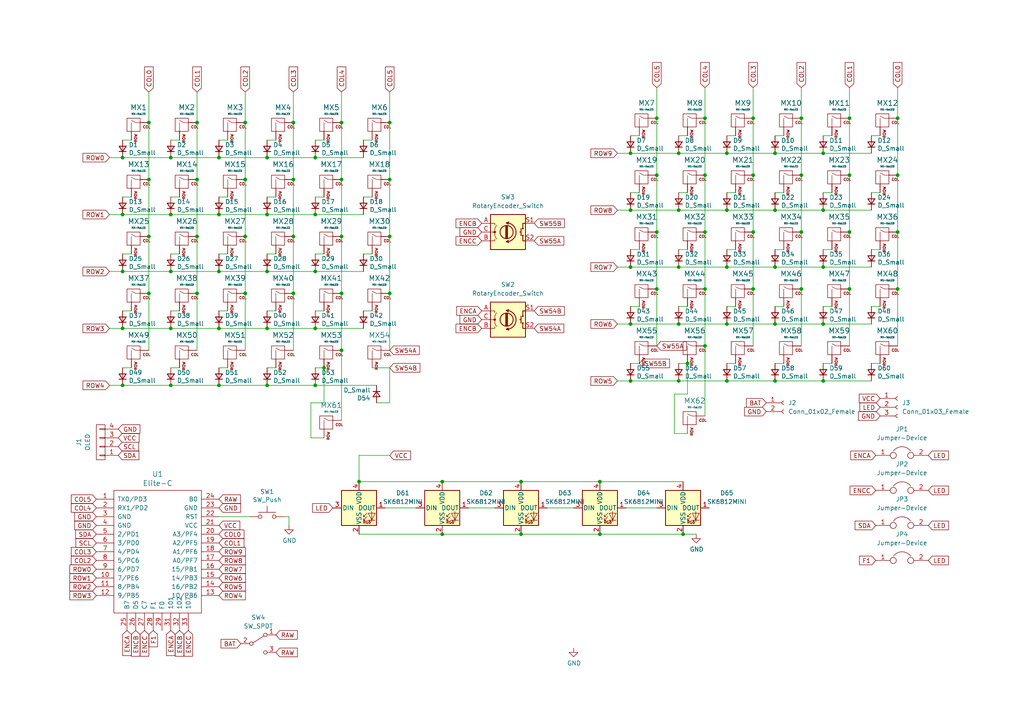
<source format=kicad_sch>
(kicad_sch (version 20211123) (generator eeschema)
  (paper "A4")
  (junction (at 260.35 50.8))
  (junction (at 77.47 62.23))
  (junction (at 85.09 52.07))
  (junction (at 49.53 111.76))
  (junction (at 224.79 60.96))
  (junction (at 246.38 67.31))
  (junction (at 113.03 85.09))
  (junction (at 128.27 154.94))
  (junction (at 246.38 50.8))
  (junction (at 210.82 93.98))
  (junction (at 77.47 95.25))
  (junction (at 196.85 60.96))
  (junction (at 71.12 85.09))
  (junction (at 49.53 95.25))
  (junction (at 35.56 111.76))
  (junction (at 77.47 45.72))
  (junction (at 232.41 67.31))
  (junction (at 43.18 35.56))
  (junction (at 260.35 67.31))
  (junction (at 238.76 44.45))
  (junction (at 85.09 68.58))
  (junction (at 63.5 62.23))
  (junction (at 196.85 44.45))
  (junction (at 113.03 68.58))
  (junction (at 204.47 34.29))
  (junction (at 199.39 105.41))
  (junction (at 63.5 111.76))
  (junction (at 173.99 154.94))
  (junction (at 204.47 50.8))
  (junction (at 196.85 77.47))
  (junction (at 35.56 62.23))
  (junction (at 128.27 139.7))
  (junction (at 182.88 60.96))
  (junction (at 151.13 139.7))
  (junction (at 35.56 78.74))
  (junction (at 182.88 77.47))
  (junction (at 238.76 93.98))
  (junction (at 190.5 67.31))
  (junction (at 190.5 34.29))
  (junction (at 63.5 95.25))
  (junction (at 63.5 45.72))
  (junction (at 77.47 78.74))
  (junction (at 85.09 85.09))
  (junction (at 35.56 45.72))
  (junction (at 210.82 110.49))
  (junction (at 182.88 93.98))
  (junction (at 113.03 35.56))
  (junction (at 93.98 106.68))
  (junction (at 91.44 111.76))
  (junction (at 91.44 95.25))
  (junction (at 218.44 67.31))
  (junction (at 238.76 110.49))
  (junction (at 49.53 62.23))
  (junction (at 224.79 110.49))
  (junction (at 210.82 77.47))
  (junction (at 71.12 52.07))
  (junction (at 260.35 34.29))
  (junction (at 91.44 45.72))
  (junction (at 260.35 83.82))
  (junction (at 210.82 60.96))
  (junction (at 57.15 85.09))
  (junction (at 71.12 35.56))
  (junction (at 99.06 52.07))
  (junction (at 57.15 35.56))
  (junction (at 43.18 52.07))
  (junction (at 151.13 154.94))
  (junction (at 91.44 78.74))
  (junction (at 238.76 60.96))
  (junction (at 77.47 111.76))
  (junction (at 99.06 35.56))
  (junction (at 57.15 52.07))
  (junction (at 218.44 83.82))
  (junction (at 49.53 45.72))
  (junction (at 204.47 83.82))
  (junction (at 196.85 110.49))
  (junction (at 218.44 34.29))
  (junction (at 85.09 35.56))
  (junction (at 182.88 44.45))
  (junction (at 113.03 52.07))
  (junction (at 57.15 68.58))
  (junction (at 232.41 34.29))
  (junction (at 190.5 83.82))
  (junction (at 238.76 77.47))
  (junction (at 196.85 93.98))
  (junction (at 198.12 154.94))
  (junction (at 71.12 68.58))
  (junction (at 43.18 85.09))
  (junction (at 99.06 101.6))
  (junction (at 99.06 68.58))
  (junction (at 182.88 110.49))
  (junction (at 91.44 62.23))
  (junction (at 218.44 50.8))
  (junction (at 43.18 68.58))
  (junction (at 173.99 139.7))
  (junction (at 224.79 93.98))
  (junction (at 232.41 83.82))
  (junction (at 232.41 50.8))
  (junction (at 204.47 67.31))
  (junction (at 204.47 100.33))
  (junction (at 246.38 83.82))
  (junction (at 224.79 44.45))
  (junction (at 104.14 139.7))
  (junction (at 246.38 34.29))
  (junction (at 99.06 85.09))
  (junction (at 49.53 78.74))
  (junction (at 224.79 77.47))
  (junction (at 210.82 44.45))
  (junction (at 63.5 78.74))
  (junction (at 35.56 95.25))
  (junction (at 190.5 50.8))
  (wire (pts (xy 43.18 35.56) (xy 43.18 52.07)))
  (wire (pts (xy 35.56 62.23) (xy 49.53 62.23)))
  (wire (pts (xy 90.17 127) (xy 90.17 116.84)))
  (wire (pts (xy 232.41 25.4) (xy 232.41 34.29)))
  (wire (pts (xy 35.56 78.74) (xy 49.53 78.74)))
  (wire (pts (xy 204.47 50.8) (xy 204.47 67.31)))
  (wire (pts (xy 196.85 88.9) (xy 199.39 88.9)))
  (wire (pts (xy 49.53 45.72) (xy 63.5 45.72)))
  (wire (pts (xy 190.5 67.31) (xy 190.5 83.82)))
  (wire (pts (xy 90.17 116.84) (xy 93.98 116.84)))
  (wire (pts (xy 43.18 85.09) (xy 43.18 101.6)))
  (wire (pts (xy 91.44 62.23) (xy 105.41 62.23)))
  (wire (pts (xy 71.12 85.09) (xy 71.12 101.6)))
  (wire (pts (xy 77.47 90.17) (xy 80.01 90.17)))
  (wire (pts (xy 113.03 132.08) (xy 104.14 132.08)))
  (wire (pts (xy 252.73 88.9) (xy 255.27 88.9)))
  (wire (pts (xy 179.07 93.98) (xy 182.88 93.98)))
  (wire (pts (xy 204.47 67.31) (xy 204.47 83.82)))
  (wire (pts (xy 49.53 78.74) (xy 63.5 78.74)))
  (wire (pts (xy 63.5 62.23) (xy 77.47 62.23)))
  (wire (pts (xy 113.03 52.07) (xy 113.03 68.58)))
  (wire (pts (xy 151.13 154.94) (xy 173.99 154.94)))
  (wire (pts (xy 260.35 67.31) (xy 260.35 83.82)))
  (wire (pts (xy 63.5 57.15) (xy 66.04 57.15)))
  (wire (pts (xy 35.56 95.25) (xy 49.53 95.25)))
  (wire (pts (xy 85.09 35.56) (xy 85.09 52.07)))
  (wire (pts (xy 210.82 77.47) (xy 224.79 77.47)))
  (wire (pts (xy 238.76 39.37) (xy 241.3 39.37)))
  (wire (pts (xy 35.56 45.72) (xy 49.53 45.72)))
  (wire (pts (xy 85.09 26.67) (xy 85.09 35.56)))
  (wire (pts (xy 196.85 93.98) (xy 210.82 93.98)))
  (wire (pts (xy 99.06 101.6) (xy 99.06 121.92)))
  (wire (pts (xy 196.85 55.88) (xy 199.39 55.88)))
  (wire (pts (xy 246.38 25.4) (xy 246.38 34.29)))
  (wire (pts (xy 91.44 40.64) (xy 93.98 40.64)))
  (wire (pts (xy 85.09 68.58) (xy 85.09 85.09)))
  (wire (pts (xy 113.03 68.58) (xy 113.03 85.09)))
  (wire (pts (xy 260.35 83.82) (xy 260.35 100.33)))
  (wire (pts (xy 77.47 106.68) (xy 80.01 106.68)))
  (wire (pts (xy 232.41 34.29) (xy 232.41 50.8)))
  (wire (pts (xy 232.41 50.8) (xy 232.41 67.31)))
  (wire (pts (xy 218.44 25.4) (xy 218.44 34.29)))
  (wire (pts (xy 182.88 39.37) (xy 185.42 39.37)))
  (wire (pts (xy 238.76 93.98) (xy 252.73 93.98)))
  (wire (pts (xy 35.56 40.64) (xy 38.1 40.64)))
  (wire (pts (xy 182.88 105.41) (xy 185.42 105.41)))
  (wire (pts (xy 77.47 95.25) (xy 91.44 95.25)))
  (wire (pts (xy 190.5 34.29) (xy 190.5 50.8)))
  (wire (pts (xy 31.75 62.23) (xy 35.56 62.23)))
  (wire (pts (xy 77.47 73.66) (xy 80.01 73.66)))
  (wire (pts (xy 232.41 83.82) (xy 232.41 100.33)))
  (wire (pts (xy 246.38 34.29) (xy 246.38 50.8)))
  (wire (pts (xy 182.88 93.98) (xy 196.85 93.98)))
  (wire (pts (xy 182.88 60.96) (xy 196.85 60.96)))
  (wire (pts (xy 238.76 77.47) (xy 252.73 77.47)))
  (wire (pts (xy 91.44 111.76) (xy 109.22 111.76)))
  (wire (pts (xy 57.15 52.07) (xy 57.15 68.58)))
  (wire (pts (xy 113.03 106.68) (xy 107.95 106.68)))
  (wire (pts (xy 224.79 88.9) (xy 227.33 88.9)))
  (wire (pts (xy 224.79 44.45) (xy 238.76 44.45)))
  (wire (pts (xy 31.75 95.25) (xy 35.56 95.25)))
  (wire (pts (xy 49.53 111.76) (xy 63.5 111.76)))
  (wire (pts (xy 111.76 147.32) (xy 120.65 147.32)))
  (wire (pts (xy 190.5 25.4) (xy 190.5 34.29)))
  (wire (pts (xy 57.15 35.56) (xy 57.15 52.07)))
  (wire (pts (xy 151.13 139.7) (xy 173.99 139.7)))
  (wire (pts (xy 77.47 57.15) (xy 80.01 57.15)))
  (wire (pts (xy 238.76 55.88) (xy 241.3 55.88)))
  (wire (pts (xy 199.39 105.41) (xy 199.39 114.3)))
  (wire (pts (xy 91.44 45.72) (xy 105.41 45.72)))
  (wire (pts (xy 113.03 26.67) (xy 113.03 35.56)))
  (wire (pts (xy 198.12 154.94) (xy 201.93 154.94)))
  (wire (pts (xy 57.15 85.09) (xy 57.15 101.6)))
  (wire (pts (xy 77.47 111.76) (xy 91.44 111.76)))
  (wire (pts (xy 182.88 72.39) (xy 185.42 72.39)))
  (wire (pts (xy 35.56 57.15) (xy 38.1 57.15)))
  (wire (pts (xy 182.88 44.45) (xy 196.85 44.45)))
  (wire (pts (xy 91.44 73.66) (xy 93.98 73.66)))
  (wire (pts (xy 49.53 40.64) (xy 52.07 40.64)))
  (wire (pts (xy 179.07 44.45) (xy 182.88 44.45)))
  (wire (pts (xy 105.41 73.66) (xy 107.95 73.66)))
  (wire (pts (xy 43.18 68.58) (xy 43.18 85.09)))
  (wire (pts (xy 232.41 67.31) (xy 232.41 83.82)))
  (wire (pts (xy 49.53 106.68) (xy 52.07 106.68)))
  (wire (pts (xy 204.47 83.82) (xy 204.47 100.33)))
  (wire (pts (xy 210.82 39.37) (xy 213.36 39.37)))
  (wire (pts (xy 93.98 116.84) (xy 93.98 106.68)))
  (wire (pts (xy 63.5 78.74) (xy 77.47 78.74)))
  (wire (pts (xy 35.56 106.68) (xy 38.1 106.68)))
  (wire (pts (xy 204.47 34.29) (xy 204.47 50.8)))
  (wire (pts (xy 196.85 39.37) (xy 199.39 39.37)))
  (wire (pts (xy 210.82 60.96) (xy 224.79 60.96)))
  (wire (pts (xy 190.5 83.82) (xy 190.5 100.33)))
  (wire (pts (xy 128.27 139.7) (xy 151.13 139.7)))
  (wire (pts (xy 196.85 105.41) (xy 199.39 105.41)))
  (wire (pts (xy 252.73 55.88) (xy 255.27 55.88)))
  (wire (pts (xy 179.07 110.49) (xy 182.88 110.49)))
  (wire (pts (xy 210.82 88.9) (xy 213.36 88.9)))
  (wire (pts (xy 173.99 154.94) (xy 198.12 154.94)))
  (wire (pts (xy 104.14 154.94) (xy 128.27 154.94)))
  (wire (pts (xy 238.76 105.41) (xy 241.3 105.41)))
  (wire (pts (xy 63.5 95.25) (xy 77.47 95.25)))
  (wire (pts (xy 93.98 127) (xy 90.17 127)))
  (wire (pts (xy 63.5 149.86) (xy 72.39 149.86)))
  (wire (pts (xy 179.07 60.96) (xy 182.88 60.96)))
  (wire (pts (xy 195.58 125.73) (xy 199.39 125.73)))
  (wire (pts (xy 128.27 154.94) (xy 151.13 154.94)))
  (wire (pts (xy 238.76 44.45) (xy 252.73 44.45)))
  (wire (pts (xy 71.12 52.07) (xy 71.12 68.58)))
  (wire (pts (xy 218.44 83.82) (xy 218.44 100.33)))
  (wire (pts (xy 49.53 62.23) (xy 63.5 62.23)))
  (wire (pts (xy 252.73 39.37) (xy 255.27 39.37)))
  (wire (pts (xy 105.41 57.15) (xy 107.95 57.15)))
  (wire (pts (xy 77.47 40.64) (xy 80.01 40.64)))
  (wire (pts (xy 99.06 68.58) (xy 99.06 85.09)))
  (wire (pts (xy 49.53 73.66) (xy 52.07 73.66)))
  (wire (pts (xy 49.53 95.25) (xy 63.5 95.25)))
  (wire (pts (xy 63.5 90.17) (xy 66.04 90.17)))
  (wire (pts (xy 43.18 52.07) (xy 43.18 68.58)))
  (wire (pts (xy 210.82 72.39) (xy 213.36 72.39)))
  (wire (pts (xy 210.82 110.49) (xy 224.79 110.49)))
  (wire (pts (xy 260.35 25.4) (xy 260.35 34.29)))
  (wire (pts (xy 182.88 77.47) (xy 196.85 77.47)))
  (wire (pts (xy 210.82 44.45) (xy 224.79 44.45)))
  (wire (pts (xy 82.55 149.86) (xy 83.82 149.86)))
  (wire (pts (xy 91.44 57.15) (xy 93.98 57.15)))
  (wire (pts (xy 57.15 26.67) (xy 57.15 35.56)))
  (wire (pts (xy 246.38 83.82) (xy 246.38 100.33)))
  (wire (pts (xy 238.76 60.96) (xy 252.73 60.96)))
  (wire (pts (xy 63.5 73.66) (xy 66.04 73.66)))
  (wire (pts (xy 179.07 77.47) (xy 182.88 77.47)))
  (wire (pts (xy 218.44 50.8) (xy 218.44 67.31)))
  (wire (pts (xy 210.82 105.41) (xy 213.36 105.41)))
  (wire (pts (xy 190.5 50.8) (xy 190.5 67.31)))
  (wire (pts (xy 224.79 55.88) (xy 227.33 55.88)))
  (wire (pts (xy 224.79 110.49) (xy 238.76 110.49)))
  (wire (pts (xy 35.56 90.17) (xy 38.1 90.17)))
  (wire (pts (xy 71.12 35.56) (xy 71.12 52.07)))
  (wire (pts (xy 105.41 90.17) (xy 107.95 90.17)))
  (wire (pts (xy 31.75 45.72) (xy 35.56 45.72)))
  (wire (pts (xy 83.82 149.86) (xy 83.82 152.4)))
  (wire (pts (xy 99.06 35.56) (xy 99.06 52.07)))
  (wire (pts (xy 104.14 139.7) (xy 128.27 139.7)))
  (wire (pts (xy 99.06 26.67) (xy 99.06 35.56)))
  (wire (pts (xy 77.47 78.74) (xy 91.44 78.74)))
  (wire (pts (xy 85.09 52.07) (xy 85.09 68.58)))
  (wire (pts (xy 260.35 50.8) (xy 260.35 67.31)))
  (wire (pts (xy 204.47 25.4) (xy 204.47 34.29)))
  (wire (pts (xy 49.53 57.15) (xy 52.07 57.15)))
  (wire (pts (xy 104.14 132.08) (xy 104.14 139.7)))
  (wire (pts (xy 182.88 110.49) (xy 196.85 110.49)))
  (wire (pts (xy 195.58 125.73) (xy 195.58 114.3)))
  (wire (pts (xy 224.79 105.41) (xy 227.33 105.41)))
  (wire (pts (xy 252.73 105.41) (xy 255.27 105.41)))
  (wire (pts (xy 113.03 116.84) (xy 109.22 116.84)))
  (wire (pts (xy 246.38 50.8) (xy 246.38 67.31)))
  (wire (pts (xy 224.79 77.47) (xy 238.76 77.47)))
  (wire (pts (xy 99.06 85.09) (xy 99.06 101.6)))
  (wire (pts (xy 49.53 90.17) (xy 52.07 90.17)))
  (wire (pts (xy 246.38 67.31) (xy 246.38 83.82)))
  (wire (pts (xy 135.89 147.32) (xy 143.51 147.32)))
  (wire (pts (xy 196.85 77.47) (xy 210.82 77.47)))
  (wire (pts (xy 31.75 111.76) (xy 35.56 111.76)))
  (wire (pts (xy 224.79 72.39) (xy 227.33 72.39)))
  (wire (pts (xy 63.5 45.72) (xy 77.47 45.72)))
  (wire (pts (xy 57.15 68.58) (xy 57.15 85.09)))
  (wire (pts (xy 181.61 147.32) (xy 190.5 147.32)))
  (wire (pts (xy 113.03 85.09) (xy 113.03 101.6)))
  (wire (pts (xy 218.44 34.29) (xy 218.44 50.8)))
  (wire (pts (xy 210.82 93.98) (xy 224.79 93.98)))
  (wire (pts (xy 173.99 139.7) (xy 198.12 139.7)))
  (wire (pts (xy 63.5 111.76) (xy 77.47 111.76)))
  (wire (pts (xy 196.85 44.45) (xy 210.82 44.45)))
  (wire (pts (xy 260.35 34.29) (xy 260.35 50.8)))
  (wire (pts (xy 91.44 95.25) (xy 105.41 95.25)))
  (wire (pts (xy 196.85 72.39) (xy 199.39 72.39)))
  (wire (pts (xy 63.5 106.68) (xy 66.04 106.68)))
  (wire (pts (xy 196.85 110.49) (xy 210.82 110.49)))
  (wire (pts (xy 31.75 78.74) (xy 35.56 78.74)))
  (wire (pts (xy 158.75 147.32) (xy 166.37 147.32)))
  (wire (pts (xy 238.76 88.9) (xy 241.3 88.9)))
  (wire (pts (xy 182.88 88.9) (xy 185.42 88.9)))
  (wire (pts (xy 182.88 55.88) (xy 185.42 55.88)))
  (wire (pts (xy 252.73 72.39) (xy 255.27 72.39)))
  (wire (pts (xy 77.47 62.23) (xy 91.44 62.23)))
  (wire (pts (xy 77.47 45.72) (xy 91.44 45.72)))
  (wire (pts (xy 195.58 114.3) (xy 199.39 114.3)))
  (wire (pts (xy 85.09 85.09) (xy 85.09 101.6)))
  (wire (pts (xy 204.47 100.33) (xy 204.47 120.65)))
  (wire (pts (xy 224.79 39.37) (xy 227.33 39.37)))
  (wire (pts (xy 35.56 111.76) (xy 49.53 111.76)))
  (wire (pts (xy 43.18 26.67) (xy 43.18 35.56)))
  (wire (pts (xy 224.79 60.96) (xy 238.76 60.96)))
  (wire (pts (xy 71.12 26.67) (xy 71.12 35.56)))
  (wire (pts (xy 224.79 93.98) (xy 238.76 93.98)))
  (wire (pts (xy 91.44 90.17) (xy 93.98 90.17)))
  (wire (pts (xy 35.56 73.66) (xy 38.1 73.66)))
  (wire (pts (xy 113.03 106.68) (xy 113.03 116.84)))
  (wire (pts (xy 71.12 68.58) (xy 71.12 85.09)))
  (wire (pts (xy 218.44 67.31) (xy 218.44 83.82)))
  (wire (pts (xy 91.44 78.74) (xy 105.41 78.74)))
  (wire (pts (xy 238.76 72.39) (xy 241.3 72.39)))
  (wire (pts (xy 63.5 40.64) (xy 66.04 40.64)))
  (wire (pts (xy 91.44 106.68) (xy 93.98 106.68)))
  (wire (pts (xy 99.06 52.07) (xy 99.06 68.58)))
  (wire (pts (xy 113.03 35.56) (xy 113.03 52.07)))
  (wire (pts (xy 105.41 40.64) (xy 107.95 40.64)))
  (wire (pts (xy 238.76 110.49) (xy 252.73 110.49)))
  (wire (pts (xy 210.82 55.88) (xy 213.36 55.88)))
  (wire (pts (xy 196.85 60.96) (xy 210.82 60.96)))
  (global_label "GND" (shape input) (at 255.27 120.65 180) (property "Intersheet References" "${INTERSHEET_REFS}" (effects hide)))
  (global_label "SW55A" (shape input) (at 154.94 69.85 0) (property "Intersheet References" "${INTERSHEET_REFS}" (effects hide)))
  (global_label "ENCC" (shape input) (at 139.7 69.85 180) (property "Intersheet References" "${INTERSHEET_REFS}" (effects hide)))
  (global_label "LED" (shape input) (at 269.24 162.56 0) (property "Intersheet References" "${INTERSHEET_REFS}" (effects hide)))
  (global_label "ROW1" (shape input) (at 27.94 167.64 180) (property "Intersheet References" "${INTERSHEET_REFS}" (effects hide)))
  (global_label "ROW3" (shape input) (at 31.75 95.25 180) (property "Intersheet References" "${INTERSHEET_REFS}" (effects hide)))
  (global_label "COL1" (shape input) (at 246.38 25.4 90) (property "Intersheet References" "${INTERSHEET_REFS}" (effects hide)))
  (global_label "GND" (shape input) (at 27.94 149.86 180) (property "Intersheet References" "${INTERSHEET_REFS}" (effects hide)))
  (global_label "SCL" (shape input) (at 34.29 129.54 0) (property "Intersheet References" "${INTERSHEET_REFS}" (effects hide)))
  (global_label "ENCA" (shape input) (at 139.7 90.17 180) (property "Intersheet References" "${INTERSHEET_REFS}" (effects hide)))
  (global_label "GND" (shape input) (at 222.25 119.38 180) (property "Intersheet References" "${INTERSHEET_REFS}" (effects hide)))
  (global_label "VCC" (shape input) (at 34.29 127 0) (property "Intersheet References" "${INTERSHEET_REFS}" (effects hide)))
  (global_label "SDA" (shape input) (at 27.94 154.94 180) (property "Intersheet References" "${INTERSHEET_REFS}" (effects hide)))
  (global_label "ENCC" (shape input) (at 54.61 182.88 270) (property "Intersheet References" "${INTERSHEET_REFS}" (effects hide)))
  (global_label "SDA" (shape input) (at 254 152.4 180) (property "Intersheet References" "${INTERSHEET_REFS}" (effects hide)))
  (global_label "COL1" (shape input) (at 63.5 157.48 0) (property "Intersheet References" "${INTERSHEET_REFS}" (effects hide)))
  (global_label "COL0" (shape input) (at 63.5 154.94 0) (property "Intersheet References" "${INTERSHEET_REFS}" (effects hide)))
  (global_label "RAW" (shape input) (at 80.01 189.23 0) (property "Intersheet References" "${INTERSHEET_REFS}" (effects hide)))
  (global_label "COL5" (shape input) (at 190.5 25.4 90) (property "Intersheet References" "${INTERSHEET_REFS}" (effects hide)))
  (global_label "ROW4" (shape input) (at 31.75 111.76 180) (property "Intersheet References" "${INTERSHEET_REFS}" (effects hide)))
  (global_label "SW55B" (shape input) (at 185.42 105.41 0) (property "Intersheet References" "${INTERSHEET_REFS}" (effects hide)))
  (global_label "BAT" (shape input) (at 69.85 186.69 180) (property "Intersheet References" "${INTERSHEET_REFS}" (effects hide)))
  (global_label "ROW1" (shape input) (at 31.75 62.23 180) (property "Intersheet References" "${INTERSHEET_REFS}" (effects hide)))
  (global_label "BAT" (shape input) (at 222.25 116.84 180) (property "Intersheet References" "${INTERSHEET_REFS}" (effects hide)))
  (global_label "COL3" (shape input) (at 27.94 160.02 180) (property "Intersheet References" "${INTERSHEET_REFS}" (effects hide)))
  (global_label "ENCB" (shape input) (at 139.7 64.77 180) (property "Intersheet References" "${INTERSHEET_REFS}" (effects hide)))
  (global_label "LED" (shape input) (at 269.24 152.4 0) (property "Intersheet References" "${INTERSHEET_REFS}" (effects hide)))
  (global_label "ENCC" (shape input) (at 254 142.24 180) (property "Intersheet References" "${INTERSHEET_REFS}" (effects hide)))
  (global_label "GND" (shape input) (at 27.94 152.4 180) (property "Intersheet References" "${INTERSHEET_REFS}" (effects hide)))
  (global_label "SW55B" (shape input) (at 154.94 64.77 0) (property "Intersheet References" "${INTERSHEET_REFS}" (effects hide)))
  (global_label "F1" (shape input) (at 254 162.56 180) (property "Intersheet References" "${INTERSHEET_REFS}" (effects hide)))
  (global_label "LED" (shape input) (at 255.27 118.11 180) (property "Intersheet References" "${INTERSHEET_REFS}" (effects hide)))
  (global_label "SW54A" (shape input) (at 154.94 95.25 0) (property "Intersheet References" "${INTERSHEET_REFS}" (effects hide)))
  (global_label "SW55A" (shape input) (at 190.5 100.33 0) (property "Intersheet References" "${INTERSHEET_REFS}" (effects hide)))
  (global_label "ROW9" (shape input) (at 63.5 160.02 0) (property "Intersheet References" "${INTERSHEET_REFS}" (effects hide)))
  (global_label "ROW0" (shape input) (at 31.75 45.72 180) (property "Intersheet References" "${INTERSHEET_REFS}" (effects hide)))
  (global_label "ROW5" (shape input) (at 63.5 170.18 0) (property "Intersheet References" "${INTERSHEET_REFS}" (effects hide)))
  (global_label "ROW6" (shape input) (at 179.07 93.98 180) (property "Intersheet References" "${INTERSHEET_REFS}" (effects hide)))
  (global_label "RAW" (shape input) (at 80.01 184.15 0) (property "Intersheet References" "${INTERSHEET_REFS}" (effects hide)))
  (global_label "RAW" (shape input) (at 63.5 144.78 0) (property "Intersheet References" "${INTERSHEET_REFS}" (effects hide)))
  (global_label "ROW4" (shape input) (at 63.5 172.72 0) (property "Intersheet References" "${INTERSHEET_REFS}" (effects hide)))
  (global_label "ROW7" (shape input) (at 179.07 77.47 180) (property "Intersheet References" "${INTERSHEET_REFS}" (effects hide)))
  (global_label "ROW8" (shape input) (at 63.5 162.56 0) (property "Intersheet References" "${INTERSHEET_REFS}" (effects hide)))
  (global_label "LED" (shape input) (at 269.24 132.08 0) (property "Intersheet References" "${INTERSHEET_REFS}" (effects hide)))
  (global_label "SW54A" (shape input) (at 113.03 101.6 0) (property "Intersheet References" "${INTERSHEET_REFS}" (effects hide)))
  (global_label "COL2" (shape input) (at 71.12 26.67 90) (property "Intersheet References" "${INTERSHEET_REFS}" (effects hide)))
  (global_label "ROW5" (shape input) (at 179.07 110.49 180) (property "Intersheet References" "${INTERSHEET_REFS}" (effects hide)))
  (global_label "COL5" (shape input) (at 113.03 26.67 90) (property "Intersheet References" "${INTERSHEET_REFS}" (effects hide)))
  (global_label "ENCB" (shape input) (at 139.7 95.25 180) (property "Intersheet References" "${INTERSHEET_REFS}" (effects hide)))
  (global_label "COL0" (shape input) (at 260.35 25.4 90) (property "Intersheet References" "${INTERSHEET_REFS}" (effects hide)))
  (global_label "COL0" (shape input) (at 43.18 26.67 90) (property "Intersheet References" "${INTERSHEET_REFS}" (effects hide)))
  (global_label "ROW8" (shape input) (at 179.07 60.96 180) (property "Intersheet References" "${INTERSHEET_REFS}" (effects hide)))
  (global_label "F1" (shape input) (at 44.45 182.88 270) (property "Intersheet References" "${INTERSHEET_REFS}" (effects hide)))
  (global_label "COL4" (shape input) (at 99.06 26.67 90) (property "Intersheet References" "${INTERSHEET_REFS}" (effects hide)))
  (global_label "LED" (shape input) (at 96.52 147.32 180) (property "Intersheet References" "${INTERSHEET_REFS}" (effects hide)))
  (global_label "ENCA" (shape input) (at 49.53 182.88 270) (property "Intersheet References" "${INTERSHEET_REFS}" (effects hide)))
  (global_label "ENCB" (shape input) (at 52.07 182.88 270) (property "Intersheet References" "${INTERSHEET_REFS}" (effects hide)))
  (global_label "ENCC" (shape input) (at 41.91 182.88 270) (property "Intersheet References" "${INTERSHEET_REFS}" (effects hide)))
  (global_label "COL1" (shape input) (at 57.15 26.67 90) (property "Intersheet References" "${INTERSHEET_REFS}" (effects hide)))
  (global_label "SCL" (shape input) (at 27.94 157.48 180) (property "Intersheet References" "${INTERSHEET_REFS}" (effects hide)))
  (global_label "ENCB" (shape input) (at 39.37 182.88 270) (property "Intersheet References" "${INTERSHEET_REFS}" (effects hide)))
  (global_label "COL2" (shape input) (at 27.94 162.56 180) (property "Intersheet References" "${INTERSHEET_REFS}" (effects hide)))
  (global_label "COL3" (shape input) (at 218.44 25.4 90) (property "Intersheet References" "${INTERSHEET_REFS}" (effects hide)))
  (global_label "COL4" (shape input) (at 204.47 25.4 90) (property "Intersheet References" "${INTERSHEET_REFS}" (effects hide)))
  (global_label "ROW0" (shape input) (at 27.94 165.1 180) (property "Intersheet References" "${INTERSHEET_REFS}" (effects hide)))
  (global_label "ROW2" (shape input) (at 31.75 78.74 180) (property "Intersheet References" "${INTERSHEET_REFS}" (effects hide)))
  (global_label "ROW2" (shape input) (at 27.94 170.18 180) (property "Intersheet References" "${INTERSHEET_REFS}" (effects hide)))
  (global_label "GND" (shape input) (at 63.5 147.32 0) (property "Intersheet References" "${INTERSHEET_REFS}" (effects hide)))
  (global_label "SDA" (shape input) (at 34.29 132.08 0) (property "Intersheet References" "${INTERSHEET_REFS}" (effects hide)))
  (global_label "COL5" (shape input) (at 27.94 144.78 180) (property "Intersheet References" "${INTERSHEET_REFS}" (effects hide)))
  (global_label "ENCA" (shape input) (at 36.83 182.88 270) (property "Intersheet References" "${INTERSHEET_REFS}" (effects hide)))
  (global_label "GND" (shape input) (at 139.7 92.71 180) (property "Intersheet References" "${INTERSHEET_REFS}" (effects hide)))
  (global_label "ROW3" (shape input) (at 27.94 172.72 180) (property "Intersheet References" "${INTERSHEET_REFS}" (effects hide)))
  (global_label "LED" (shape input) (at 269.24 142.24 0) (property "Intersheet References" "${INTERSHEET_REFS}" (effects hide)))
  (global_label "COL4" (shape input) (at 27.94 147.32 180) (property "Intersheet References" "${INTERSHEET_REFS}" (effects hide)))
  (global_label "VCC" (shape input) (at 255.27 115.57 180) (property "Intersheet References" "${INTERSHEET_REFS}" (effects hide)))
  (global_label "ROW6" (shape input) (at 63.5 167.64 0) (property "Intersheet References" "${INTERSHEET_REFS}" (effects hide)))
  (global_label "VCC" (shape input) (at 63.5 152.4 0) (property "Intersheet References" "${INTERSHEET_REFS}" (effects hide)))
  (global_label "ROW7" (shape input) (at 63.5 165.1 0) (property "Intersheet References" "${INTERSHEET_REFS}" (effects hide)))
  (global_label "GND" (shape input) (at 34.29 124.46 0) (property "Intersheet References" "${INTERSHEET_REFS}" (effects hide)))
  (global_label "COL3" (shape input) (at 85.09 26.67 90) (property "Intersheet References" "${INTERSHEET_REFS}" (effects hide)))
  (global_label "SW54B" (shape input) (at 154.94 90.17 0) (property "Intersheet References" "${INTERSHEET_REFS}" (effects hide)))
  (global_label "COL2" (shape input) (at 232.41 25.4 90) (property "Intersheet References" "${INTERSHEET_REFS}" (effects hide)))
  (global_label "GND" (shape input) (at 139.7 67.31 180) (property "Intersheet References" "${INTERSHEET_REFS}" (effects hide)))
  (global_label "SW54B" (shape input) (at 113.03 106.68 0) (property "Intersheet References" "${INTERSHEET_REFS}" (effects hide)))
  (global_label "ROW9" (shape input) (at 179.07 44.45 180) (property "Intersheet References" "${INTERSHEET_REFS}" (effects hide)))
  (global_label "VCC" (shape input) (at 113.03 132.08 0) (property "Intersheet References" "${INTERSHEET_REFS}" (effects hide)))
  (global_label "ENCA" (shape input) (at 254 132.08 180) (property "Intersheet References" "${INTERSHEET_REFS}" (effects hide)))
  (symbol (lib_id "Device:D_Small") (at 182.88 107.95 90) (unit 1)
    (property "Reference" "D55" (at 184.658 106.7816 90) (effects (justify right)))
    (property "Value" "D_Small" (at 184.658 109.093 90) (effects (justify right)))
    (property "Footprint" "footprints:D3_hybrid_common_hole_connected_fix" (effects hide))
  )
  (symbol (lib_id "Device:D_Small") (at 238.76 58.42 90) (unit 1)
    (property "Reference" "D23" (at 240.538 57.2516 90) (effects (justify right)))
    (property "Value" "D_Small" (at 240.538 59.563 90) (effects (justify right)))
    (property "Footprint" "footprints:D3_hybrid_common_hole_connected_fix" (effects hide))
  )
  (symbol (lib_id "Device:D_Small") (at 224.79 41.91 90) (unit 1)
    (property "Reference" "D10" (at 226.568 40.7416 90) (effects (justify right)))
    (property "Value" "D_Small" (at 226.568 43.053 90) (effects (justify right)))
    (property "Footprint" "footprints:D3_hybrid_common_hole_connected_fix" (effects hide))
  )
  (symbol (lib_id "Device:D_Small") (at 252.73 74.93 90) (unit 1)
    (property "Reference" "D36" (at 254.508 73.7616 90) (effects (justify right)))
    (property "Value" "D_Small" (at 254.508 76.073 90) (effects (justify right)))
    (property "Footprint" "footprints:D3_hybrid_common_hole_connected_fix" (effects hide))
  )
  (symbol (lib_id "MX_Alps_Hybrid:MX-NoLED") (at 186.69 68.58 0) (unit 1)
    (property "Reference" "MX31" (at 187.5282 62.9158 0) (effects (font (size 1.524 1.524))))
    (property "Value" "MX-NoLED" (at 187.5282 64.7954 0) (effects (font (size 0.508 0.508))))
    (property "Footprint" "footprints:Choc_Hotswap_Solder_18x17" (effects hide))
  )
  (symbol (lib_id "Device:D_Small") (at 91.44 92.71 90) (unit 1)
    (property "Reference" "D41" (at 93.218 91.5416 90) (effects (justify right)))
    (property "Value" "D_Small" (at 93.218 93.853 90) (effects (justify right)))
    (property "Footprint" "footprints:D3_hybrid_common_hole_connected_fix" (effects hide))
  )
  (symbol (lib_id "Device:D_Small") (at 35.56 76.2 90) (unit 1)
    (property "Reference" "D25" (at 37.338 75.0316 90) (effects (justify right)))
    (property "Value" "D_Small" (at 37.338 77.343 90) (effects (justify right)))
    (property "Footprint" "footprints:D3_hybrid_common_hole_connected_fix" (effects hide))
  )
  (symbol (lib_id "MX_Alps_Hybrid:MX-NoLED") (at 81.28 36.83 0) (unit 1)
    (property "Reference" "MX4" (at 82.1182 31.1658 0) (effects (font (size 1.524 1.524))))
    (property "Value" "MX-NoLED" (at 82.1182 33.0454 0) (effects (font (size 0.508 0.508))))
    (property "Footprint" "footprints:Choc_Hotswap_Solder_18x17" (effects hide))
  )
  (symbol (lib_id "MX_Alps_Hybrid:MX-NoLED") (at 242.57 68.58 0) (unit 1)
    (property "Reference" "MX35" (at 243.4082 62.9158 0) (effects (font (size 1.524 1.524))))
    (property "Value" "MX-NoLED" (at 243.4082 64.7954 0) (effects (font (size 0.508 0.508))))
    (property "Footprint" "footprints:Choc_Hotswap_Solder_18x17" (effects hide))
  )
  (symbol (lib_id "MX_Alps_Hybrid:MX-NoLED") (at 95.25 86.36 0) (unit 1)
    (property "Reference" "MX41" (at 96.0882 80.6958 0) (effects (font (size 1.524 1.524))))
    (property "Value" "MX-NoLED" (at 96.0882 82.5754 0) (effects (font (size 0.508 0.508))))
    (property "Footprint" "footprints:Choc_Hotswap_Solder_18x17" (effects hide))
  )
  (symbol (lib_id "MX_Alps_Hybrid:MX-NoLED") (at 186.69 85.09 0) (unit 1)
    (property "Reference" "MX43" (at 187.5282 79.4258 0) (effects (font (size 1.524 1.524))))
    (property "Value" "MX-NoLED" (at 187.5282 81.3054 0) (effects (font (size 0.508 0.508))))
    (property "Footprint" "footprints:Choc_Hotswap_Solder_18x17" (effects hide))
  )
  (symbol (lib_id "Device:D_Small") (at 91.44 43.18 90) (unit 1)
    (property "Reference" "D5" (at 93.218 42.0116 90) (effects (justify right)))
    (property "Value" "D_Small" (at 93.218 44.323 90) (effects (justify right)))
    (property "Footprint" "footprints:D3_hybrid_common_hole_connected_fix" (effects hide))
  )
  (symbol (lib_id "SouffleKeyboard-rescue:Jumper-Device") (at 261.62 132.08 0) (unit 1)
    (property "Reference" "JP1" (at 261.62 124.46 0))
    (property "Value" "Jumper-Device" (at 261.62 127 0))
    (property "Footprint" "Jumper:SolderJumper-2_P1.3mm_Open_RoundedPad1.0x1.5mm" (effects hide))
  )
  (symbol (lib_id "Device:D_Small") (at 63.5 76.2 90) (unit 1)
    (property "Reference" "D27" (at 65.278 75.0316 90) (effects (justify right)))
    (property "Value" "D_Small" (at 65.278 77.343 90) (effects (justify right)))
    (property "Footprint" "footprints:D3_hybrid_common_hole_connected_fix" (effects hide))
  )
  (symbol (lib_id "MX_Alps_Hybrid:MX-NoLED") (at 214.63 68.58 0) (unit 1)
    (property "Reference" "MX33" (at 215.4682 62.9158 0) (effects (font (size 1.524 1.524))))
    (property "Value" "MX-NoLED" (at 215.4682 64.7954 0) (effects (font (size 0.508 0.508))))
    (property "Footprint" "footprints:Choc_Hotswap_Solder_18x17" (effects hide))
  )
  (symbol (lib_id "SouffleKeyboard-rescue:OLED-Lily58-cache") (at 29.21 128.27 180) (unit 1)
    (property "Reference" "J1" (at 22.86 128.27 90))
    (property "Value" "OLED" (at 25.4 128.27 90))
    (property "Footprint" "Connector_PinHeader_2.54mm:PinHeader_1x04_P2.54mm_Vertical" (effects hide))
  )
  (symbol (lib_id "Device:D_Small") (at 238.76 91.44 90) (unit 1)
    (property "Reference" "D47" (at 240.538 90.2716 90) (effects (justify right)))
    (property "Value" "D_Small" (at 240.538 92.583 90) (effects (justify right)))
    (property "Footprint" "footprints:D3_hybrid_common_hole_connected_fix" (effects hide))
  )
  (symbol (lib_id "Device:D_Small") (at 238.76 41.91 90) (unit 1)
    (property "Reference" "D11" (at 240.538 40.7416 90) (effects (justify right)))
    (property "Value" "D_Small" (at 240.538 43.053 90) (effects (justify right)))
    (property "Footprint" "footprints:D3_hybrid_common_hole_connected_fix" (effects hide))
  )
  (symbol (lib_id "MX_Alps_Hybrid:MX-NoLED") (at 67.31 36.83 0) (unit 1)
    (property "Reference" "MX3" (at 68.1482 31.1658 0) (effects (font (size 1.524 1.524))))
    (property "Value" "MX-NoLED" (at 68.1482 33.0454 0) (effects (font (size 0.508 0.508))))
    (property "Footprint" "footprints:Choc_Hotswap_Solder_18x17" (effects hide))
  )
  (symbol (lib_id "Device:D_Small") (at 252.73 41.91 90) (unit 1)
    (property "Reference" "D12" (at 254.508 40.7416 90) (effects (justify right)))
    (property "Value" "D_Small" (at 254.508 43.053 90) (effects (justify right)))
    (property "Footprint" "footprints:D3_hybrid_common_hole_connected_fix" (effects hide))
  )
  (symbol (lib_id "power:GND") (at 201.93 154.94 0) (unit 1)
    (property "Reference" "#PWR0101" (effects hide))
    (property "Value" "GND" (at 202.057 159.3342 0))
  )
  (symbol (lib_id "MX_Alps_Hybrid:MX-NoLED") (at 214.63 101.6 0) (unit 1)
    (property "Reference" "MX57" (at 215.4682 95.9358 0) (effects (font (size 1.524 1.524))))
    (property "Value" "MX-NoLED" (at 215.4682 97.8154 0) (effects (font (size 0.508 0.508))))
    (property "Footprint" "footprints:Choc_Hotswap_Solder_18x17" (effects hide))
  )
  (symbol (lib_id "MX_Alps_Hybrid:MX-NoLED") (at 53.34 53.34 0) (unit 1)
    (property "Reference" "MX14" (at 54.1782 47.6758 0) (effects (font (size 1.524 1.524))))
    (property "Value" "MX-NoLED" (at 54.1782 49.5554 0) (effects (font (size 0.508 0.508))))
    (property "Footprint" "footprints:Choc_Hotswap_Solder_18x17" (effects hide))
  )
  (symbol (lib_id "MX_Alps_Hybrid:MX-NoLED") (at 200.66 35.56 0) (unit 1)
    (property "Reference" "MX8" (at 201.4982 29.8958 0) (effects (font (size 1.524 1.524))))
    (property "Value" "MX-NoLED" (at 201.4982 31.7754 0) (effects (font (size 0.508 0.508))))
    (property "Footprint" "footprints:Choc_Hotswap_Solder_18x17" (effects hide))
  )
  (symbol (lib_id "SouffleKeyboard-rescue:Jumper-Device") (at 261.62 162.56 0) (unit 1)
    (property "Reference" "JP4" (at 261.62 154.94 0))
    (property "Value" "Jumper-Device" (at 261.62 157.48 0))
    (property "Footprint" "Jumper:SolderJumper-2_P1.3mm_Open_RoundedPad1.0x1.5mm" (effects hide))
  )
  (symbol (lib_id "Device:D_Small") (at 252.73 91.44 90) (unit 1)
    (property "Reference" "D48" (at 254.508 90.2716 90) (effects (justify right)))
    (property "Value" "D_Small" (at 254.508 92.583 90) (effects (justify right)))
    (property "Footprint" "footprints:D3_hybrid_common_hole_connected_fix" (effects hide))
  )
  (symbol (lib_id "Connector:Conn_01x02_Female") (at 227.33 116.84 0) (unit 1)
    (property "Reference" "J2" (at 228.6 116.8399 0) (effects (justify left)))
    (property "Value" "Conn_01x02_Female" (at 228.6 119.3799 0) (effects (justify left)))
    (property "Footprint" "Connector_PinHeader_2.54mm:PinHeader_1x02_P2.54mm_Vertical" (effects hide))
  )
  (symbol (lib_id "Device:D_Small") (at 196.85 58.42 90) (unit 1)
    (property "Reference" "D20" (at 198.628 57.2516 90) (effects (justify right)))
    (property "Value" "D_Small" (at 198.628 59.563 90) (effects (justify right)))
    (property "Footprint" "footprints:D3_hybrid_common_hole_connected_fix" (effects hide))
  )
  (symbol (lib_id "Device:D_Small") (at 105.41 59.69 90) (unit 1)
    (property "Reference" "D18" (at 107.188 58.5216 90) (effects (justify right)))
    (property "Value" "D_Small" (at 107.188 60.833 90) (effects (justify right)))
    (property "Footprint" "footprints:D3_hybrid_common_hole_connected_fix" (effects hide))
  )
  (symbol (lib_id "MX_Alps_Hybrid:MX-NoLED") (at 256.54 52.07 0) (unit 1)
    (property "Reference" "MX24" (at 257.3782 46.4058 0) (effects (font (size 1.524 1.524))))
    (property "Value" "MX-NoLED" (at 257.3782 48.2854 0) (effects (font (size 0.508 0.508))))
    (property "Footprint" "footprints:Choc_Hotswap_Solder_18x17" (effects hide))
  )
  (symbol (lib_id "MX_Alps_Hybrid:MX-NoLED") (at 214.63 85.09 0) (unit 1)
    (property "Reference" "MX45" (at 215.4682 79.4258 0) (effects (font (size 1.524 1.524))))
    (property "Value" "MX-NoLED" (at 215.4682 81.3054 0) (effects (font (size 0.508 0.508))))
    (property "Footprint" "footprints:Choc_Hotswap_Solder_18x17" (effects hide))
  )
  (symbol (lib_id "Device:D_Small") (at 91.44 76.2 90) (unit 1)
    (property "Reference" "D29" (at 93.218 75.0316 90) (effects (justify right)))
    (property "Value" "D_Small" (at 93.218 77.343 90) (effects (justify right)))
    (property "Footprint" "footprints:D3_hybrid_common_hole_connected_fix" (effects hide))
  )
  (symbol (lib_id "LED:SK6812MINI") (at 104.14 147.32 0) (unit 1)
    (property "Reference" "D61" (at 116.84 142.9893 0))
    (property "Value" "SK6812MINI" (at 116.84 145.5293 0))
    (property "Footprint" "footprints:YS-SK6812MINI-E" (effects hide))
    (property "Datasheet" "https://cdn-shop.adafruit.com/product-files/2686/SK6812MINI_REV.01-1-2.pdf" (effects hide))
  )
  (symbol (lib_id "SouffleKeyboard-rescue:Jumper-Device") (at 261.62 142.24 0) (unit 1)
    (property "Reference" "JP2" (at 261.62 134.62 0))
    (property "Value" "Jumper-Device" (at 261.62 137.16 0))
    (property "Footprint" "Jumper:SolderJumper-2_P1.3mm_Open_RoundedPad1.0x1.5mm" (effects hide))
  )
  (symbol (lib_id "MX_Alps_Hybrid:MX-NoLED") (at 95.25 53.34 0) (unit 1)
    (property "Reference" "MX17" (at 96.0882 47.6758 0) (effects (font (size 1.524 1.524))))
    (property "Value" "MX-NoLED" (at 96.0882 49.5554 0) (effects (font (size 0.508 0.508))))
    (property "Footprint" "footprints:Choc_Hotswap_Solder_18x17" (effects hide))
  )
  (symbol (lib_id "Device:D_Small") (at 77.47 92.71 90) (unit 1)
    (property "Reference" "D40" (at 79.248 91.5416 90) (effects (justify right)))
    (property "Value" "D_Small" (at 79.248 93.853 90) (effects (justify right)))
    (property "Footprint" "footprints:D3_hybrid_common_hole_connected_fix" (effects hide))
  )
  (symbol (lib_id "Device:D_Small") (at 35.56 109.22 90) (unit 1)
    (property "Reference" "D49" (at 37.338 108.0516 90) (effects (justify right)))
    (property "Value" "D_Small" (at 37.338 110.363 90) (effects (justify right)))
    (property "Footprint" "footprints:D3_hybrid_common_hole_connected_fix" (effects hide))
  )
  (symbol (lib_id "MX_Alps_Hybrid:MX-NoLED") (at 256.54 68.58 0) (unit 1)
    (property "Reference" "MX36" (at 257.3782 62.9158 0) (effects (font (size 1.524 1.524))))
    (property "Value" "MX-NoLED" (at 257.3782 64.7954 0) (effects (font (size 0.508 0.508))))
    (property "Footprint" "footprints:Choc_Hotswap_Solder_18x17" (effects hide))
  )
  (symbol (lib_id "MX_Alps_Hybrid:MX-NoLED") (at 256.54 101.6 0) (unit 1)
    (property "Reference" "MX60" (at 257.3782 95.9358 0) (effects (font (size 1.524 1.524))))
    (property "Value" "MX-NoLED" (at 257.3782 97.8154 0) (effects (font (size 0.508 0.508))))
    (property "Footprint" "footprints:Choc_Hotswap_Solder_18x17" (effects hide))
  )
  (symbol (lib_id "MX_Alps_Hybrid:MX-NoLED") (at 109.22 69.85 0) (unit 1)
    (property "Reference" "MX30" (at 110.0582 64.1858 0) (effects (font (size 1.524 1.524))))
    (property "Value" "MX-NoLED" (at 110.0582 66.0654 0) (effects (font (size 0.508 0.508))))
    (property "Footprint" "footprints:Choc_Hotswap_Solder_18x17" (effects hide))
  )
  (symbol (lib_id "Device:D_Small") (at 224.79 58.42 90) (unit 1)
    (property "Reference" "D22" (at 226.568 57.2516 90) (effects (justify right)))
    (property "Value" "D_Small" (at 226.568 59.563 90) (effects (justify right)))
    (property "Footprint" "footprints:D3_hybrid_common_hole_connected_fix" (effects hide))
  )
  (symbol (lib_id "MX_Alps_Hybrid:MX-NoLED") (at 39.37 102.87 0) (unit 1)
    (property "Reference" "MX49" (at 40.2082 97.2058 0) (effects (font (size 1.524 1.524))))
    (property "Value" "MX-NoLED" (at 40.2082 99.0854 0) (effects (font (size 0.508 0.508))))
    (property "Footprint" "footprints:Choc_Hotswap_Solder_18x17" (effects hide))
  )
  (symbol (lib_id "MX_Alps_Hybrid:MX-NoLED") (at 200.66 52.07 0) (unit 1)
    (property "Reference" "MX20" (at 201.4982 46.4058 0) (effects (font (size 1.524 1.524))))
    (property "Value" "MX-NoLED" (at 201.4982 48.2854 0) (effects (font (size 0.508 0.508))))
    (property "Footprint" "footprints:Choc_Hotswap_Solder_18x17" (effects hide))
  )
  (symbol (lib_id "MX_Alps_Hybrid:MX-NoLED") (at 53.34 86.36 0) (unit 1)
    (property "Reference" "MX38" (at 54.1782 80.6958 0) (effects (font (size 1.524 1.524))))
    (property "Value" "MX-NoLED" (at 54.1782 82.5754 0) (effects (font (size 0.508 0.508))))
    (property "Footprint" "footprints:Choc_Hotswap_Solder_18x17" (effects hide))
  )
  (symbol (lib_id "Device:D_Small") (at 252.73 58.42 90) (unit 1)
    (property "Reference" "D24" (at 254.508 57.2516 90) (effects (justify right)))
    (property "Value" "D_Small" (at 254.508 59.563 90) (effects (justify right)))
    (property "Footprint" "footprints:D3_hybrid_common_hole_connected_fix" (effects hide))
  )
  (symbol (lib_id "MX_Alps_Hybrid:MX-NoLED") (at 228.6 52.07 0) (unit 1)
    (property "Reference" "MX22" (at 229.4382 46.4058 0) (effects (font (size 1.524 1.524))))
    (property "Value" "MX-NoLED" (at 229.4382 48.2854 0) (effects (font (size 0.508 0.508))))
    (property "Footprint" "footprints:Choc_Hotswap_Solder_18x17" (effects hide))
  )
  (symbol (lib_id "Device:D_Small") (at 196.85 91.44 90) (unit 1)
    (property "Reference" "D44" (at 198.628 90.2716 90) (effects (justify right)))
    (property "Value" "D_Small" (at 198.628 92.583 90) (effects (justify right)))
    (property "Footprint" "footprints:D3_hybrid_common_hole_connected_fix" (effects hide))
  )
  (symbol (lib_id "MX_Alps_Hybrid:MX-NoLED") (at 256.54 35.56 0) (unit 1)
    (property "Reference" "MX12" (at 257.3782 29.8958 0) (effects (font (size 1.524 1.524))))
    (property "Value" "MX-NoLED" (at 257.3782 31.7754 0) (effects (font (size 0.508 0.508))))
    (property "Footprint" "footprints:Choc_Hotswap_Solder_18x17" (effects hide))
  )
  (symbol (lib_id "keebio:Elite-C") (at 45.72 158.75 0) (unit 1)
    (property "Reference" "U1" (at 45.72 137.4902 0) (effects (font (size 1.524 1.524))))
    (property "Value" "Elite-C" (at 45.72 140.1826 0) (effects (font (size 1.524 1.524))))
    (property "Footprint" "footprints:Elite-C" (effects hide))
  )
  (symbol (lib_id "Device:D_Small") (at 77.47 43.18 90) (unit 1)
    (property "Reference" "D4" (at 79.248 42.0116 90) (effects (justify right)))
    (property "Value" "D_Small" (at 79.248 44.323 90) (effects (justify right)))
    (property "Footprint" "footprints:D3_hybrid_common_hole_connected_fix" (effects hide))
  )
  (symbol (lib_id "MX_Alps_Hybrid:MX-NoLED") (at 81.28 86.36 0) (unit 1)
    (property "Reference" "MX40" (at 82.1182 80.6958 0) (effects (font (size 1.524 1.524))))
    (property "Value" "MX-NoLED" (at 82.1182 82.5754 0) (effects (font (size 0.508 0.508))))
    (property "Footprint" "footprints:Choc_Hotswap_Solder_18x17" (effects hide))
  )
  (symbol (lib_id "MX_Alps_Hybrid:MX-NoLED") (at 214.63 52.07 0) (unit 1)
    (property "Reference" "MX21" (at 215.4682 46.4058 0) (effects (font (size 1.524 1.524))))
    (property "Value" "MX-NoLED" (at 215.4682 48.2854 0) (effects (font (size 0.508 0.508))))
    (property "Footprint" "footprints:Choc_Hotswap_Solder_18x17" (effects hide))
  )
  (symbol (lib_id "MX_Alps_Hybrid:MX-NoLED") (at 81.28 53.34 0) (unit 1)
    (property "Reference" "MX16" (at 82.1182 47.6758 0) (effects (font (size 1.524 1.524))))
    (property "Value" "MX-NoLED" (at 82.1182 49.5554 0) (effects (font (size 0.508 0.508))))
    (property "Footprint" "footprints:Choc_Hotswap_Solder_18x17" (effects hide))
  )
  (symbol (lib_id "MX_Alps_Hybrid:MX-NoLED") (at 200.66 85.09 0) (unit 1)
    (property "Reference" "MX44" (at 201.4982 79.4258 0) (effects (font (size 1.524 1.524))))
    (property "Value" "MX-NoLED" (at 201.4982 81.3054 0) (effects (font (size 0.508 0.508))))
    (property "Footprint" "footprints:Choc_Hotswap_Solder_18x17" (effects hide))
  )
  (symbol (lib_id "MX_Alps_Hybrid:MX-NoLED") (at 228.6 35.56 0) (unit 1)
    (property "Reference" "MX10" (at 229.4382 29.8958 0) (effects (font (size 1.524 1.524))))
    (property "Value" "MX-NoLED" (at 229.4382 31.7754 0) (effects (font (size 0.508 0.508))))
    (property "Footprint" "footprints:Choc_Hotswap_Solder_18x17" (effects hide))
  )
  (symbol (lib_id "MX_Alps_Hybrid:MX-NoLED") (at 109.22 86.36 0) (unit 1)
    (property "Reference" "MX42" (at 110.0582 80.6958 0) (effects (font (size 1.524 1.524))))
    (property "Value" "MX-NoLED" (at 110.0582 82.5754 0) (effects (font (size 0.508 0.508))))
    (property "Footprint" "footprints:Choc_Hotswap_Solder_18x17" (effects hide))
  )
  (symbol (lib_id "Device:D_Small") (at 196.85 41.91 90) (unit 1)
    (property "Reference" "D8" (at 198.628 40.7416 90) (effects (justify right)))
    (property "Value" "D_Small" (at 198.628 43.053 90) (effects (justify right)))
    (property "Footprint" "footprints:D3_hybrid_common_hole_connected_fix" (effects hide))
  )
  (symbol (lib_id "Device:D_Small") (at 210.82 74.93 90) (unit 1)
    (property "Reference" "D33" (at 212.598 73.7616 90) (effects (justify right)))
    (property "Value" "D_Small" (at 212.598 76.073 90) (effects (justify right)))
    (property "Footprint" "footprints:D3_hybrid_common_hole_connected_fix" (effects hide))
  )
  (symbol (lib_id "Device:D_Small") (at 49.53 43.18 90) (unit 1)
    (property "Reference" "D2" (at 51.308 42.0116 90) (effects (justify right)))
    (property "Value" "D_Small" (at 51.308 44.323 90) (effects (justify right)))
    (property "Footprint" "footprints:D3_hybrid_common_hole_connected_fix" (effects hide))
  )
  (symbol (lib_id "MX_Alps_Hybrid:MX-NoLED") (at 109.22 36.83 0) (unit 1)
    (property "Reference" "MX6" (at 110.0582 31.1658 0) (effects (font (size 1.524 1.524))))
    (property "Value" "MX-NoLED" (at 110.0582 33.0454 0) (effects (font (size 0.508 0.508))))
    (property "Footprint" "footprints:Choc_Hotswap_Solder_18x17" (effects hide))
  )
  (symbol (lib_id "MX_Alps_Hybrid:MX-NoLED") (at 53.34 69.85 0) (unit 1)
    (property "Reference" "MX26" (at 54.1782 64.1858 0) (effects (font (size 1.524 1.524))))
    (property "Value" "MX-NoLED" (at 54.1782 66.0654 0) (effects (font (size 0.508 0.508))))
    (property "Footprint" "footprints:Choc_Hotswap_Solder_18x17" (effects hide))
  )
  (symbol (lib_id "MX_Alps_Hybrid:MX-NoLED") (at 53.34 102.87 0) (unit 1)
    (property "Reference" "MX50" (at 54.1782 97.2058 0) (effects (font (size 1.524 1.524))))
    (property "Value" "MX-NoLED" (at 54.1782 99.0854 0) (effects (font (size 0.508 0.508))))
    (property "Footprint" "footprints:Choc_Hotswap_Solder_18x17" (effects hide))
  )
  (symbol (lib_id "Device:D_Small") (at 105.41 92.71 90) (unit 1)
    (property "Reference" "D42" (at 107.188 91.5416 90) (effects (justify right)))
    (property "Value" "D_Small" (at 107.188 93.853 90) (effects (justify right)))
    (property "Footprint" "footprints:D3_hybrid_common_hole_connected_fix" (effects hide))
  )
  (symbol (lib_id "Device:RotaryEncoder_Switch") (at 147.32 92.71 0) (unit 1)
    (property "Reference" "SW2" (at 147.32 82.55 0))
    (property "Value" "RotaryEncoder_Switch" (at 147.32 85.09 0))
    (property "Footprint" "footprints:RotaryEncoder_EC11" (effects hide))
  )
  (symbol (lib_id "MX_Alps_Hybrid:MX-NoLED") (at 186.69 35.56 0) (unit 1)
    (property "Reference" "MX7" (at 187.5282 29.8958 0) (effects (font (size 1.524 1.524))))
    (property "Value" "MX-NoLED" (at 187.5282 31.7754 0) (effects (font (size 0.508 0.508))))
    (property "Footprint" "footprints:Choc_Hotswap_Solder_18x17" (effects hide))
  )
  (symbol (lib_id "MX_Alps_Hybrid:MX-NoLED") (at 186.69 101.6 0) (unit 1)
    (property "Reference" "MX55" (at 187.5282 95.9358 0) (effects (font (size 1.524 1.524))))
    (property "Value" "MX-NoLED" (at 187.5282 97.8154 0) (effects (font (size 0.508 0.508))))
    (property "Footprint" "footprints:Choc_Hotswap_Solder_18x17" (effects hide))
  )
  (symbol (lib_id "Device:D_Small") (at 49.53 59.69 90) (unit 1)
    (property "Reference" "D14" (at 51.308 58.5216 90) (effects (justify right)))
    (property "Value" "D_Small" (at 51.308 60.833 90) (effects (justify right)))
    (property "Footprint" "footprints:D3_hybrid_common_hole_connected_fix" (effects hide))
  )
  (symbol (lib_id "MX_Alps_Hybrid:MX-NoLED") (at 200.66 121.92 0) (unit 1)
    (property "Reference" "MX62" (at 201.4982 116.2558 0) (effects (font (size 1.524 1.524))))
    (property "Value" "MX-NoLED" (at 201.4982 118.1354 0) (effects (font (size 0.508 0.508))))
    (property "Footprint" "footprints:Choc_Hotswap_Solder_18x17" (effects hide))
  )
  (symbol (lib_id "Device:D_Small") (at 238.76 74.93 90) (unit 1)
    (property "Reference" "D35" (at 240.538 73.7616 90) (effects (justify right)))
    (property "Value" "D_Small" (at 240.538 76.073 90) (effects (justify right)))
    (property "Footprint" "footprints:D3_hybrid_common_hole_connected_fix" (effects hide))
  )
  (symbol (lib_id "MX_Alps_Hybrid:MX-NoLED") (at 95.25 69.85 0) (unit 1)
    (property "Reference" "MX29" (at 96.0882 64.1858 0) (effects (font (size 1.524 1.524))))
    (property "Value" "MX-NoLED" (at 96.0882 66.0654 0) (effects (font (size 0.508 0.508))))
    (property "Footprint" "footprints:Choc_Hotswap_Solder_18x17" (effects hide))
  )
  (symbol (lib_id "MX_Alps_Hybrid:MX-NoLED") (at 242.57 35.56 0) (unit 1)
    (property "Reference" "MX11" (at 243.4082 29.8958 0) (effects (font (size 1.524 1.524))))
    (property "Value" "MX-NoLED" (at 243.4082 31.7754 0) (effects (font (size 0.508 0.508))))
    (property "Footprint" "footprints:Choc_Hotswap_Solder_18x17" (effects hide))
  )
  (symbol (lib_id "MX_Alps_Hybrid:MX-NoLED") (at 95.25 123.19 0) (unit 1)
    (property "Reference" "MX61" (at 96.0882 117.5258 0) (effects (font (size 1.524 1.524))))
    (property "Value" "MX-NoLED" (at 96.0882 119.4054 0) (effects (font (size 0.508 0.508))))
    (property "Footprint" "footprints:Choc_Hotswap_Solder_18x17" (effects hide))
  )
  (symbol (lib_id "MX_Alps_Hybrid:MX-NoLED") (at 200.66 68.58 0) (unit 1)
    (property "Reference" "MX32" (at 201.4982 62.9158 0) (effects (font (size 1.524 1.524))))
    (property "Value" "MX-NoLED" (at 201.4982 64.7954 0) (effects (font (size 0.508 0.508))))
    (property "Footprint" "footprints:Choc_Hotswap_Solder_18x17" (effects hide))
  )
  (symbol (lib_id "Device:D_Small") (at 91.44 59.69 90) (unit 1)
    (property "Reference" "D17" (at 93.218 58.5216 90) (effects (justify right)))
    (property "Value" "D_Small" (at 93.218 60.833 90) (effects (justify right)))
    (property "Footprint" "footprints:D3_hybrid_common_hole_connected_fix" (effects hide))
  )
  (symbol (lib_id "MX_Alps_Hybrid:MX-NoLED") (at 109.22 102.87 0) (unit 1)
    (property "Reference" "MX54" (at 110.0582 97.2058 0) (effects (font (size 1.524 1.524))))
    (property "Value" "MX-NoLED" (at 110.0582 99.0854 0) (effects (font (size 0.508 0.508))))
    (property "Footprint" "footprints:Choc_Hotswap_Solder_18x17" (effects hide))
  )
  (symbol (lib_id "LED:SK6812MINI") (at 128.27 147.32 0) (unit 1)
    (property "Reference" "D62" (at 140.97 142.9893 0))
    (property "Value" "SK6812MINI" (at 140.97 145.5293 0))
    (property "Footprint" "footprints:YS-SK6812MINI-E" (effects hide))
    (property "Datasheet" "https://cdn-shop.adafruit.com/product-files/2686/SK6812MINI_REV.01-1-2.pdf" (effects hide))
  )
  (symbol (lib_id "Device:D_Small") (at 63.5 92.71 90) (unit 1)
    (property "Reference" "D39" (at 65.278 91.5416 90) (effects (justify right)))
    (property "Value" "D_Small" (at 65.278 93.853 90) (effects (justify right)))
    (property "Footprint" "footprints:D3_hybrid_common_hole_connected_fix" (effects hide))
  )
  (symbol (lib_id "Device:D_Small") (at 49.53 76.2 90) (unit 1)
    (property "Reference" "D26" (at 51.308 75.0316 90) (effects (justify right)))
    (property "Value" "D_Small" (at 51.308 77.343 90) (effects (justify right)))
    (property "Footprint" "footprints:D3_hybrid_common_hole_connected_fix" (effects hide))
  )
  (symbol (lib_id "MX_Alps_Hybrid:MX-NoLED") (at 39.37 36.83 0) (unit 1)
    (property "Reference" "MX1" (at 40.2082 31.1658 0) (effects (font (size 1.524 1.524))))
    (property "Value" "MX-NoLED" (at 40.2082 33.0454 0) (effects (font (size 0.508 0.508))))
    (property "Footprint" "footprints:Choc_Hotswap_Solder_18x17" (effects hide))
  )
  (symbol (lib_id "MX_Alps_Hybrid:MX-NoLED") (at 228.6 85.09 0) (unit 1)
    (property "Reference" "MX46" (at 229.4382 79.4258 0) (effects (font (size 1.524 1.524))))
    (property "Value" "MX-NoLED" (at 229.4382 81.3054 0) (effects (font (size 0.508 0.508))))
    (property "Footprint" "footprints:Choc_Hotswap_Solder_18x17" (effects hide))
  )
  (symbol (lib_id "Device:D_Small") (at 91.44 109.22 90) (unit 1)
    (property "Reference" "D53" (at 93.218 108.0516 90) (effects (justify right)))
    (property "Value" "D_Small" (at 93.218 110.363 90) (effects (justify right)))
    (property "Footprint" "footprints:D3_hybrid_common_hole_connected_fix" (effects hide))
  )
  (symbol (lib_id "MX_Alps_Hybrid:MX-NoLED") (at 67.31 86.36 0) (unit 1)
    (property "Reference" "MX39" (at 68.1482 80.6958 0) (effects (font (size 1.524 1.524))))
    (property "Value" "MX-NoLED" (at 68.1482 82.5754 0) (effects (font (size 0.508 0.508))))
    (property "Footprint" "footprints:Choc_Hotswap_Solder_18x17" (effects hide))
  )
  (symbol (lib_id "MX_Alps_Hybrid:MX-NoLED") (at 228.6 68.58 0) (unit 1)
    (property "Reference" "MX34" (at 229.4382 62.9158 0) (effects (font (size 1.524 1.524))))
    (property "Value" "MX-NoLED" (at 229.4382 64.7954 0) (effects (font (size 0.508 0.508))))
    (property "Footprint" "footprints:Choc_Hotswap_Solder_18x17" (effects hide))
  )
  (symbol (lib_id "Device:D_Small") (at 238.76 107.95 90) (unit 1)
    (property "Reference" "D59" (at 240.538 106.7816 90) (effects (justify right)))
    (property "Value" "D_Small" (at 240.538 109.093 90) (effects (justify right)))
    (property "Footprint" "footprints:D3_hybrid_common_hole_connected_fix" (effects hide))
  )
  (symbol (lib_id "MX_Alps_Hybrid:MX-NoLED") (at 214.63 35.56 0) (unit 1)
    (property "Reference" "MX9" (at 215.4682 29.8958 0) (effects (font (size 1.524 1.524))))
    (property "Value" "MX-NoLED" (at 215.4682 31.7754 0) (effects (font (size 0.508 0.508))))
    (property "Footprint" "footprints:Choc_Hotswap_Solder_18x17" (effects hide))
  )
  (symbol (lib_id "MX_Alps_Hybrid:MX-NoLED") (at 186.69 52.07 0) (unit 1)
    (property "Reference" "MX19" (at 187.5282 46.4058 0) (effects (font (size 1.524 1.524))))
    (property "Value" "MX-NoLED" (at 187.5282 48.2854 0) (effects (font (size 0.508 0.508))))
    (property "Footprint" "footprints:Choc_Hotswap_Solder_18x17" (effects hide))
  )
  (symbol (lib_id "MX_Alps_Hybrid:MX-NoLED") (at 256.54 85.09 0) (unit 1)
    (property "Reference" "MX48" (at 257.3782 79.4258 0) (effects (font (size 1.524 1.524))))
    (property "Value" "MX-NoLED" (at 257.3782 81.3054 0) (effects (font (size 0.508 0.508))))
    (property "Footprint" "footprints:Choc_Hotswap_Solder_18x17" (effects hide))
  )
  (symbol (lib_id "Device:D_Small") (at 105.41 43.18 90) (unit 1)
    (property "Reference" "D6" (at 107.188 42.0116 90) (effects (justify right)))
    (property "Value" "D_Small" (at 107.188 44.323 90) (effects (justify right)))
    (property "Footprint" "footprints:D3_hybrid_common_hole_connected_fix" (effects hide))
  )
  (symbol (lib_id "Device:D_Small") (at 35.56 43.18 90) (unit 1)
    (property "Reference" "D1" (at 37.338 42.0116 90) (effects (justify right)))
    (property "Value" "D_Small" (at 37.338 44.323 90) (effects (justify right)))
    (property "Footprint" "footprints:D3_hybrid_common_hole_connected_fix" (effects hide))
  )
  (symbol (lib_id "Device:D_Small") (at 35.56 92.71 90) (unit 1)
    (property "Reference" "D37" (at 37.338 91.5416 90) (effects (justify right)))
    (property "Value" "D_Small" (at 37.338 93.853 90) (effects (justify right)))
    (property "Footprint" "footprints:D3_hybrid_common_hole_connected_fix" (effects hide))
  )
  (symbol (lib_id "Device:D_Small") (at 77.47 109.22 90) (unit 1)
    (property "Reference" "D52" (at 79.248 108.0516 90) (effects (justify right)))
    (property "Value" "D_Small" (at 79.248 110.363 90) (effects (justify right)))
    (property "Footprint" "footprints:D3_hybrid_common_hole_connected_fix" (effects hide))
  )
  (symbol (lib_id "Switch:SW_SPDT") (at 74.93 186.69 0) (unit 1)
    (property "Reference" "SW4" (at 74.93 179.07 0))
    (property "Value" "SW_SPDT" (at 74.93 181.61 0))
    (property "Footprint" "footprints:Switch_MSK-12C01-07" (effects hide))
  )
  (symbol (lib_id "MX_Alps_Hybrid:MX-NoLED") (at 81.28 69.85 0) (unit 1)
    (property "Reference" "MX28" (at 82.1182 64.1858 0) (effects (font (size 1.524 1.524))))
    (property "Value" "MX-NoLED" (at 82.1182 66.0654 0) (effects (font (size 0.508 0.508))))
    (property "Footprint" "footprints:Choc_Hotswap_Solder_18x17" (effects hide))
  )
  (symbol (lib_id "LED:SK6812MINI") (at 173.99 147.32 0) (unit 1)
    (property "Reference" "D64" (at 186.69 142.9893 0))
    (property "Value" "SK6812MINI" (at 186.69 145.5293 0))
    (property "Footprint" "footprints:YS-SK6812MINI-E" (effects hide))
    (property "Datasheet" "https://cdn-shop.adafruit.com/product-files/2686/SK6812MINI_REV.01-1-2.pdf" (effects hide))
  )
  (symbol (lib_id "Device:D_Small") (at 49.53 92.71 90) (unit 1)
    (property "Reference" "D38" (at 51.308 91.5416 90) (effects (justify right)))
    (property "Value" "D_Small" (at 51.308 93.853 90) (effects (justify right)))
    (property "Footprint" "footprints:D3_hybrid_common_hole_connected_fix" (effects hide))
  )
  (symbol (lib_id "MX_Alps_Hybrid:MX-NoLED") (at 67.31 102.87 0) (unit 1)
    (property "Reference" "MX51" (at 68.1482 97.2058 0) (effects (font (size 1.524 1.524))))
    (property "Value" "MX-NoLED" (at 68.1482 99.0854 0) (effects (font (size 0.508 0.508))))
    (property "Footprint" "footprints:Choc_Hotswap_Solder_18x17" (effects hide))
  )
  (symbol (lib_id "MX_Alps_Hybrid:MX-NoLED") (at 242.57 101.6 0) (unit 1)
    (property "Reference" "MX59" (at 243.4082 95.9358 0) (effects (font (size 1.524 1.524))))
    (property "Value" "MX-NoLED" (at 243.4082 97.8154 0) (effects (font (size 0.508 0.508))))
    (property "Footprint" "footprints:Choc_Hotswap_Solder_18x17" (effects hide))
  )
  (symbol (lib_id "Device:D_Small") (at 182.88 58.42 90) (unit 1)
    (property "Reference" "D19" (at 184.658 57.2516 90) (effects (justify right)))
    (property "Value" "D_Small" (at 184.658 59.563 90) (effects (justify right)))
    (property "Footprint" "footprints:D3_hybrid_common_hole_connected_fix" (effects hide))
  )
  (symbol (lib_id "LED:SK6812MINI") (at 151.13 147.32 0) (unit 1)
    (property "Reference" "D63" (at 163.83 142.9893 0))
    (property "Value" "SK6812MINI" (at 163.83 145.5293 0))
    (property "Footprint" "footprints:YS-SK6812MINI-E" (effects hide))
    (property "Datasheet" "https://cdn-shop.adafruit.com/product-files/2686/SK6812MINI_REV.01-1-2.pdf" (effects hide))
  )
  (symbol (lib_id "Device:D_Small") (at 182.88 74.93 90) (unit 1)
    (property "Reference" "D31" (at 184.658 73.7616 90) (effects (justify right)))
    (property "Value" "D_Small" (at 184.658 76.073 90) (effects (justify right)))
    (property "Footprint" "footprints:D3_hybrid_common_hole_connected_fix" (effects hide))
  )
  (symbol (lib_id "Connector:Conn_01x03_Female") (at 260.35 118.11 0) (unit 1)
    (property "Reference" "J3" (at 261.62 116.8399 0) (effects (justify left)))
    (property "Value" "Conn_01x03_Female" (at 261.62 119.3799 0) (effects (justify left)))
    (property "Footprint" "Connector_PinHeader_2.54mm:PinHeader_1x03_P2.54mm_Vertical" (effects hide))
  )
  (symbol (lib_id "power:GND") (at 83.82 152.4 0) (unit 1)
    (property "Reference" "#PWR01" (effects hide))
    (property "Value" "GND" (at 83.947 156.7942 0))
  )
  (symbol (lib_id "LED:SK6812MINI") (at 198.12 147.32 0) (unit 1)
    (property "Reference" "D65" (at 210.82 142.9893 0))
    (property "Value" "SK6812MINI" (at 210.82 145.5293 0))
    (property "Footprint" "footprints:YS-SK6812MINI-E" (effects hide))
    (property "Datasheet" "https://cdn-shop.adafruit.com/product-files/2686/SK6812MINI_REV.01-1-2.pdf" (effects hide))
  )
  (symbol (lib_id "Device:D_Small") (at 63.5 59.69 90) (unit 1)
    (property "Reference" "D15" (at 65.278 58.5216 90) (effects (justify right)))
    (property "Value" "D_Small" (at 65.278 60.833 90) (effects (justify right)))
    (property "Footprint" "footprints:D3_hybrid_common_hole_connected_fix" (effects hide))
  )
  (symbol (lib_id "Device:D_Small") (at 210.82 107.95 90) (unit 1)
    (property "Reference" "D57" (at 212.598 106.7816 90) (effects (justify right)))
    (property "Value" "D_Small" (at 212.598 109.093 90) (effects (justify right)))
    (property "Footprint" "footprints:D3_hybrid_common_hole_connected_fix" (effects hide))
  )
  (symbol (lib_id "Device:D_Small") (at 196.85 107.95 90) (unit 1)
    (property "Reference" "D56" (at 198.628 106.7816 90) (effects (justify right)))
    (property "Value" "D_Small" (at 198.628 109.093 90) (effects (justify right)))
    (property "Footprint" "footprints:D3_hybrid_common_hole_connected_fix" (effects hide))
  )
  (symbol (lib_id "MX_Alps_Hybrid:MX-NoLED") (at 242.57 52.07 0) (unit 1)
    (property "Reference" "MX23" (at 243.4082 46.4058 0) (effects (font (size 1.524 1.524))))
    (property "Value" "MX-NoLED" (at 243.4082 48.2854 0) (effects (font (size 0.508 0.508))))
    (property "Footprint" "footprints:Choc_Hotswap_Solder_18x17" (effects hide))
  )
  (symbol (lib_id "MX_Alps_Hybrid:MX-NoLED") (at 228.6 101.6 0) (unit 1)
    (property "Reference" "MX58" (at 229.4382 95.9358 0) (effects (font (size 1.524 1.524))))
    (property "Value" "MX-NoLED" (at 229.4382 97.8154 0) (effects (font (size 0.508 0.508))))
    (property "Footprint" "footprints:Choc_Hotswap_Solder_18x17" (effects hide))
  )
  (symbol (lib_id "Device:D_Small") (at 182.88 91.44 90) (unit 1)
    (property "Reference" "D43" (at 184.658 90.2716 90) (effects (justify right)))
    (property "Value" "D_Small" (at 184.658 92.583 90) (effects (justify right)))
    (property "Footprint" "footprints:D3_hybrid_common_hole_connected_fix" (effects hide))
  )
  (symbol (lib_id "Device:D_Small") (at 35.56 59.69 90) (unit 1)
    (property "Reference" "D13" (at 37.338 58.5216 90) (effects (justify right)))
    (property "Value" "D_Small" (at 37.338 60.833 90) (effects (justify right)))
    (property "Footprint" "footprints:D3_hybrid_common_hole_connected_fix" (effects hide))
  )
  (symbol (lib_id "Device:D_Small") (at 77.47 76.2 90) (unit 1)
    (property "Reference" "D28" (at 79.248 75.0316 90) (effects (justify right)))
    (property "Value" "D_Small" (at 79.248 77.343 90) (effects (justify right)))
    (property "Footprint" "footprints:D3_hybrid_common_hole_connected_fix" (effects hide))
  )
  (symbol (lib_id "Device:D_Small") (at 224.79 107.95 90) (unit 1)
    (property "Reference" "D58" (at 226.568 106.7816 90) (effects (justify right)))
    (property "Value" "D_Small" (at 226.568 109.093 90) (effects (justify right)))
    (property "Footprint" "footprints:D3_hybrid_common_hole_connected_fix" (effects hide))
  )
  (symbol (lib_id "Device:D_Small") (at 196.85 74.93 90) (unit 1)
    (property "Reference" "D32" (at 198.628 73.7616 90) (effects (justify right)))
    (property "Value" "D_Small" (at 198.628 76.073 90) (effects (justify right)))
    (property "Footprint" "footprints:D3_hybrid_common_hole_connected_fix" (effects hide))
  )
  (symbol (lib_id "power:GND") (at 166.37 187.96 0) (unit 1)
    (property "Reference" "#PWR0102" (effects hide))
    (property "Value" "GND" (at 166.497 192.3542 0))
  )
  (symbol (lib_id "Device:D_Small") (at 109.22 114.3 270) (unit 1)
    (property "Reference" "D54" (at 107.442 115.4684 90) (effects (justify right)))
    (property "Value" "D_Small" (at 107.442 113.157 90) (effects (justify right)))
    (property "Footprint" "footprints:D3_hybrid_common_hole_connected_fix" (effects hide))
  )
  (symbol (lib_id "Device:RotaryEncoder_Switch") (at 147.32 67.31 0) (unit 1)
    (property "Reference" "SW3" (at 147.32 57.15 0))
    (property "Value" "RotaryEncoder_Switch" (at 147.32 59.69 0))
    (property "Footprint" "footprints:RotaryEncoder_EC11" (effects hide))
  )
  (symbol (lib_id "MX_Alps_Hybrid:MX-NoLED") (at 242.57 85.09 0) (unit 1)
    (property "Reference" "MX47" (at 243.4082 79.4258 0) (effects (font (size 1.524 1.524))))
    (property "Value" "MX-NoLED" (at 243.4082 81.3054 0) (effects (font (size 0.508 0.508))))
    (property "Footprint" "footprints:Choc_Hotswap_Solder_18x17" (effects hide))
  )
  (symbol (lib_id "Device:D_Small") (at 210.82 58.42 90) (unit 1)
    (property "Reference" "D21" (at 212.598 57.2516 90) (effects (justify right)))
    (property "Value" "D_Small" (at 212.598 59.563 90) (effects (justify right)))
    (property "Footprint" "footprints:D3_hybrid_common_hole_connected_fix" (effects hide))
  )
  (symbol (lib_id "Device:D_Small") (at 252.73 107.95 90) (unit 1)
    (property "Reference" "D60" (at 254.508 106.7816 90) (effects (justify right)))
    (property "Value" "D_Small" (at 254.508 109.093 90) (effects (justify right)))
    (property "Footprint" "footprints:D3_hybrid_common_hole_connected_fix" (effects hide))
  )
  (symbol (lib_id "MX_Alps_Hybrid:MX-NoLED") (at 109.22 53.34 0) (unit 1)
    (property "Reference" "MX18" (at 110.0582 47.6758 0) (effects (font (size 1.524 1.524))))
    (property "Value" "MX-NoLED" (at 110.0582 49.5554 0) (effects (font (size 0.508 0.508))))
    (property "Footprint" "footprints:Choc_Hotswap_Solder_18x17" (effects hide))
  )
  (symbol (lib_id "MX_Alps_Hybrid:MX-NoLED") (at 67.31 69.85 0) (unit 1)
    (property "Reference" "MX27" (at 68.1482 64.1858 0) (effects (font (size 1.524 1.524))))
    (property "Value" "MX-NoLED" (at 68.1482 66.0654 0) (effects (font (size 0.508 0.508))))
    (property "Footprint" "footprints:Choc_Hotswap_Solder_18x17" (effects hide))
  )
  (symbol (lib_id "SouffleKeyboard-rescue:Jumper-Device") (at 261.62 152.4 0) (unit 1)
    (property "Reference" "JP3" (at 261.62 144.78 0))
    (property "Value" "Jumper-Device" (at 261.62 147.32 0))
    (property "Footprint" "Jumper:SolderJumper-2_P1.3mm_Open_RoundedPad1.0x1.5mm" (effects hide))
  )
  (symbol (lib_id "MX_Alps_Hybrid:MX-NoLED") (at 39.37 86.36 0) (unit 1)
    (property "Reference" "MX37" (at 40.2082 80.6958 0) (effects (font (size 1.524 1.524))))
    (property "Value" "MX-NoLED" (at 40.2082 82.5754 0) (effects (font (size 0.508 0.508))))
    (property "Footprint" "footprints:Choc_Hotswap_Solder_18x17" (effects hide))
  )
  (symbol (lib_id "MX_Alps_Hybrid:MX-NoLED") (at 200.66 101.6 0) (unit 1)
    (property "Reference" "MX56" (at 201.4982 95.9358 0) (effects (font (size 1.524 1.524))))
    (property "Value" "MX-NoLED" (at 201.4982 97.8154 0) (effects (font (size 0.508 0.508))))
    (property "Footprint" "footprints:Choc_Hotswap_Solder_18x17" (effects hide))
  )
  (symbol (lib_id "Device:D_Small") (at 210.82 41.91 90) (unit 1)
    (property "Reference" "D9" (at 212.598 40.7416 90) (effects (justify right)))
    (property "Value" "D_Small" (at 212.598 43.053 90) (effects (justify right)))
    (property "Footprint" "footprints:D3_hybrid_common_hole_connected_fix" (effects hide))
  )
  (symbol (lib_id "MX_Alps_Hybrid:MX-NoLED") (at 95.25 102.87 0) (unit 1)
    (property "Reference" "MX53" (at 96.0882 97.2058 0) (effects (font (size 1.524 1.524))))
    (property "Value" "MX-NoLED" (at 96.0882 99.0854 0) (effects (font (size 0.508 0.508))))
    (property "Footprint" "footprints:Choc_Hotswap_Solder_18x17" (effects hide))
  )
  (symbol (lib_id "MX_Alps_Hybrid:MX-NoLED") (at 53.34 36.83 0) (unit 1)
    (property "Reference" "MX2" (at 54.1782 31.1658 0) (effects (font (size 1.524 1.524))))
    (property "Value" "MX-NoLED" (at 54.1782 33.0454 0) (effects (font (size 0.508 0.508))))
    (property "Footprint" "footprints:Choc_Hotswap_Solder_18x17" (effects hide))
  )
  (symbol (lib_id "MX_Alps_Hybrid:MX-NoLED") (at 81.28 102.87 0) (unit 1)
    (property "Reference" "MX52" (at 82.1182 97.2058 0) (effects (font (size 1.524 1.524))))
    (property "Value" "MX-NoLED" (at 82.1182 99.0854 0) (effects (font (size 0.508 0.508))))
    (property "Footprint" "footprints:Choc_Hotswap_Solder_18x17" (effects hide))
  )
  (symbol (lib_id "Device:D_Small") (at 63.5 109.22 90) (unit 1)
    (property "Reference" "D51" (at 65.278 108.0516 90) (effects (justify right)))
    (property "Value" "D_Small" (at 65.278 110.363 90) (effects (justify right)))
    (property "Footprint" "footprints:D3_hybrid_common_hole_connected_fix" (effects hide))
  )
  (symbol (lib_id "MX_Alps_Hybrid:MX-NoLED") (at 95.25 36.83 0) (unit 1)
    (property "Reference" "MX5" (at 96.0882 31.1658 0) (effects (font (size 1.524 1.524))))
    (property "Value" "MX-NoLED" (at 96.0882 33.0454 0) (effects (font (size 0.508 0.508))))
    (property "Footprint" "footprints:Choc_Hotswap_Solder_18x17" (effects hide))
  )
  (symbol (lib_id "Device:D_Small") (at 77.47 59.69 90) (unit 1)
    (property "Reference" "D16" (at 79.248 58.5216 90) (effects (justify right)))
    (property "Value" "D_Small" (at 79.248 60.833 90) (effects (justify right)))
    (property "Footprint" "footprints:D3_hybrid_common_hole_connected_fix" (effects hide))
  )
  (symbol (lib_id "Device:D_Small") (at 224.79 74.93 90) (unit 1)
    (property "Reference" "D34" (at 226.568 73.7616 90) (effects (justify right)))
    (property "Value" "D_Small" (at 226.568 76.073 90) (effects (justify right)))
    (property "Footprint" "footprints:D3_hybrid_common_hole_connected_fix" (effects hide))
  )
  (symbol (lib_id "MX_Alps_Hybrid:MX-NoLED") (at 39.37 69.85 0) (unit 1)
    (property "Reference" "MX25" (at 40.2082 64.1858 0) (effects (font (size 1.524 1.524))))
    (property "Value" "MX-NoLED" (at 40.2082 66.0654 0) (effects (font (size 0.508 0.508))))
    (property "Footprint" "footprints:Choc_Hotswap_Solder_18x17" (effects hide))
  )
  (symbol (lib_id "MX_Alps_Hybrid:MX-NoLED") (at 67.31 53.34 0) (unit 1)
    (property "Reference" "MX15" (at 68.1482 47.6758 0) (effects (font (size 1.524 1.524))))
    (property "Value" "MX-NoLED" (at 68.1482 49.5554 0) (effects (font (size 0.508 0.508))))
    (property "Footprint" "footprints:Choc_Hotswap_Solder_18x17" (effects hide))
  )
  (symbol (lib_id "Device:D_Small") (at 224.79 91.44 90) (unit 1)
    (property "Reference" "D46" (at 226.568 90.2716 90) (effects (justify right)))
    (property "Value" "D_Small" (at 226.568 92.583 90) (effects (justify right)))
    (property "Footprint" "footprints:D3_hybrid_common_hole_connected_fix" (effects hide))
  )
  (symbol (lib_id "Device:D_Small") (at 49.53 109.22 90) (unit 1)
    (property "Reference" "D50" (at 51.308 108.0516 90) (effects (justify right)))
    (property "Value" "D_Small" (at 51.308 110.363 90) (effects (justify right)))
    (property "Footprint" "footprints:D3_hybrid_common_hole_connected_fix" (effects hide))
  )
  (symbol (lib_id "Switch:SW_Push") (at 77.47 149.86 0) (unit 1)
    (property "Reference" "SW1" (at 77.47 142.621 0))
    (property "Value" "SW_Push" (at 77.47 144.9324 0))
    (property "Footprint" "footprints:SW_Tactile_SPST_Angled_MJTP1117_fixed" (effects hide))
  )
  (symbol (lib_id "Device:D_Small") (at 105.41 76.2 90) (unit 1)
    (property "Reference" "D30" (at 107.188 75.0316 90) (effects (justify right)))
    (property "Value" "D_Small" (at 107.188 77.343 90) (effects (justify right)))
    (property "Footprint" "footprints:D3_hybrid_common_hole_connected_fix" (effects hide))
  )
  (symbol (lib_id "MX_Alps_Hybrid:MX-NoLED") (at 39.37 53.34 0) (unit 1)
    (property "Reference" "MX13" (at 40.2082 47.6758 0) (effects (font (size 1.524 1.524))))
    (property "Value" "MX-NoLED" (at 40.2082 49.5554 0) (effects (font (size 0.508 0.508))))
    (property "Footprint" "footprints:Choc_Hotswap_Solder_18x17" (effects hide))
  )
  (symbol (lib_id "Device:D_Small") (at 63.5 43.18 90) (unit 1)
    (property "Reference" "D3" (at 65.278 42.0116 90) (effects (justify right)))
    (property "Value" "D_Small" (at 65.278 44.323 90) (effects (justify right)))
    (property "Footprint" "footprints:D3_hybrid_common_hole_connected_fix" (effects hide))
  )
  (symbol (lib_id "Device:D_Small") (at 210.82 91.44 90) (unit 1)
    (property "Reference" "D45" (at 212.598 90.2716 90) (effects (justify right)))
    (property "Value" "D_Small" (at 212.598 92.583 90) (effects (justify right)))
    (property "Footprint" "footprints:D3_hybrid_common_hole_connected_fix" (effects hide))
  )
  (symbol (lib_id "Device:D_Small") (at 182.88 41.91 90) (unit 1)
    (property "Reference" "D7" (at 184.658 40.7416 90) (effects (justify right)))
    (property "Value" "D_Small" (at 184.658 43.053 90) (effects (justify right)))
    (property "Footprint" "footprints:D3_hybrid_common_hole_connected_fix" (effects hide))
  )
)
</source>
